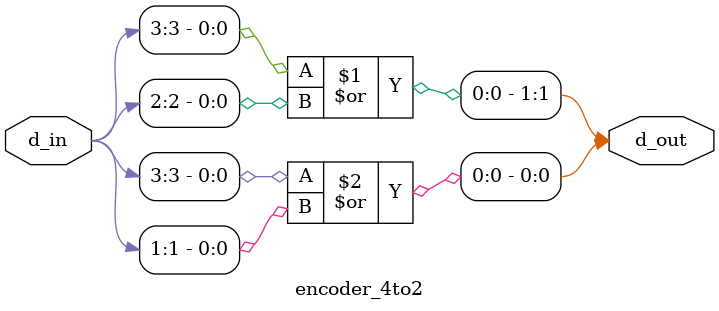
<source format=v>
module encoder_4to2
	(
		d_out, 
		d_in
	);

/////////////////////////////////////////////////////////////////////////
// Parameter Declarations

/////////////////////////////////////////////////////////////////////////
// Port Declarations
input [3:0]   d_in;
/////////////////////////////////////////////////////////////////////////
// Output Declarations
output [1:0] d_out;

/////////////////////////////////////////////////////////////////////////
// Local Logic and Instantiation
assign d_out[1] = d_in[3] | d_in[2];
assign d_out[0] = d_in[3] | d_in[1];
endmodule
</source>
